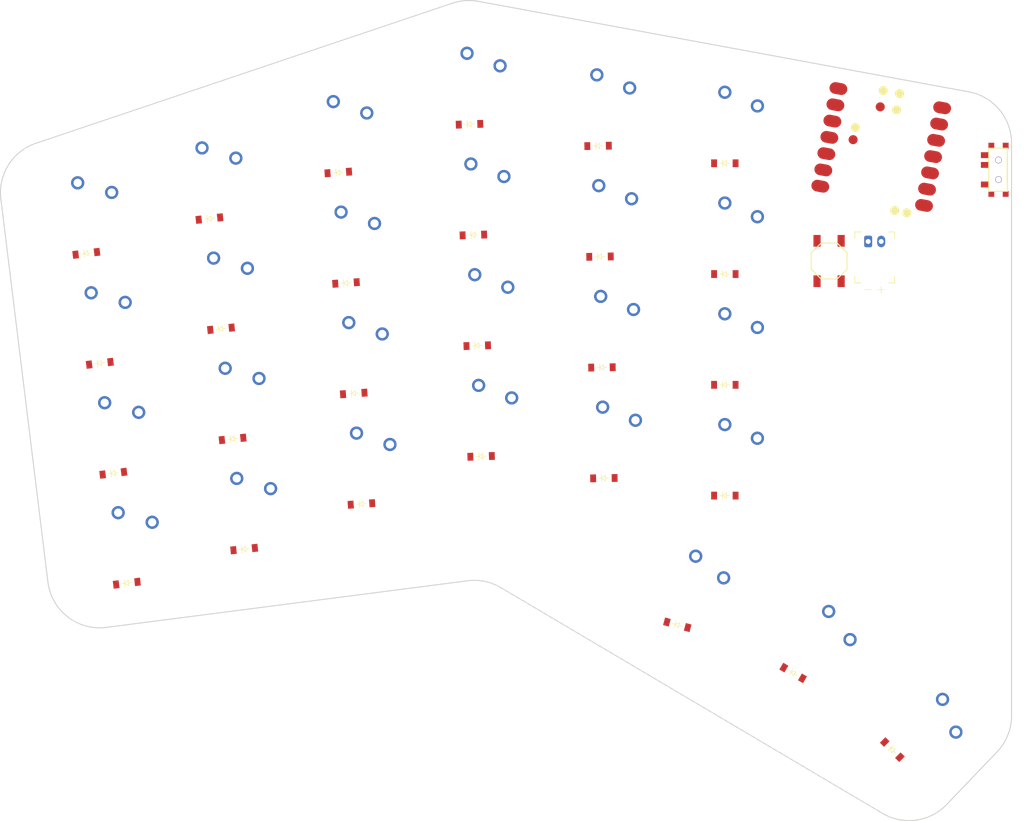
<source format=kicad_pcb>
(kicad_pcb (version 20171130) (host pcbnew 5.1.6)
  (title_block (title "biggie-splays_choc_v1_left") (rev "v1.0.0") (company "Unknown"))
  (layers (0 F.Cu signal) (31 B.Cu signal) (34 B.Paste user) (35 F.Paste user) (36 B.SilkS user) (37 F.SilkS user) (38 B.Mask user) (39 F.Mask user) (44 Edge.Cuts user))
  (net 0 "")
  (net 1 "D5")
  (net 2 "stretch_bottom")
  (net 3 "GND")
  (net 4 "D1")
  (net 5 "D2")
  (net 6 "stretch_home")
  (net 7 "stretch_high")
  (net 8 "stretch_num")
  (net 9 "D3")
  (net 10 "pinky_bottom")
  (net 11 "pinky_home")
  (net 12 "pinky_high")
  (net 13 "pinky_num")
  (net 14 "ring_bottom")
  (net 15 "ring_home")
  (net 16 "ring_high")
  (net 17 "ring_num")
  (net 18 "D7")
  (net 19 "middle_bottom")
  (net 20 "middle_home")
  (net 21 "middle_high")
  (net 22 "middle_num")
  (net 23 "D8")
  (net 24 "index_bottom")
  (net 25 "index_home")
  (net 26 "index_high")
  (net 27 "index_num")
  (net 28 "D10")
  (net 29 "inner_bottom")
  (net 30 "inner_home")
  (net 31 "inner_high")
  (net 32 "inner_num")
  (net 33 "near_fan")
  (net 34 "mid_fan")
  (net 35 "far_fan")
  (net 36 "D6")
  (net 37 "D4")
  (net 38 "D0")
  (net 39 "D9")
  (net 40 "RAW3V3")
  (net 41 "RAW5V")
  (net 42 "CLK")
  (net 43 "DIO")
  (net 44 "RST")
  (net 45 "BAT")
  (net 46 "NFC1")
  (net 47 "NFC2")
  (net 48 "BATCON")
  (net 49 "JST1_1")
  (net 50 "JST1_2")
  (footprint "ceoloide:switch_choc_v1_v2" (layer "B.Cu") (at 141.04202 164.0339861 7)
    (property "Reference" "S1" hide)
    (pad "" np_thru_hole circle (at 0 0 7) (size 3.4 3.4) (drill 3.4) (layers "*.Cu" "*.Mask"))
    (pad "" np_thru_hole circle (at 5.5 0 7) (size 1.9 1.9) (drill 1.9) (layers "*.Cu" "*.Mask"))
    (pad "" np_thru_hole circle (at -5.5 0 7) (size 1.9 1.9) (drill 1.9) (layers "*.Cu" "*.Mask"))
    (pad "2" thru_hole circle (at 0 -5.9 202) (size 2.032 2.032) (drill 1.27) (layers "*.Cu" "*.Mask") (net 1 "D5"))
    (pad "1" thru_hole circle (at 5 -3.8 202) (size 2.032 2.032) (drill 1.27) (layers "*.Cu" "*.Mask") (net 2 "stretch_bottom"))
  )
  (footprint "ceoloide:switch_choc_v1_v2" (layer "B.Cu") (at 138.9702412 147.1607015 7)
    (property "Reference" "S2" hide)
    (pad "" np_thru_hole circle (at 0 0 7) (size 3.4 3.4) (drill 3.4) (layers "*.Cu" "*.Mask"))
    (pad "" np_thru_hole circle (at 5.5 0 7) (size 1.9 1.9) (drill 1.9) (layers "*.Cu" "*.Mask"))
    (pad "" np_thru_hole circle (at -5.5 0 7) (size 1.9 1.9) (drill 1.9) (layers "*.Cu" "*.Mask"))
    (pad "2" thru_hole circle (at 0 -5.9 202) (size 2.032 2.032) (drill 1.27) (layers "*.Cu" "*.Mask") (net 1 "D5"))
    (pad "1" thru_hole circle (at 5 -3.8 202) (size 2.032 2.032) (drill 1.27) (layers "*.Cu" "*.Mask") (net 6 "stretch_home"))
  )
  (footprint "ceoloide:switch_choc_v1_v2" (layer "B.Cu") (at 136.8984623 130.2874169 7)
    (property "Reference" "S3" hide)
    (pad "" np_thru_hole circle (at 0 0 7) (size 3.4 3.4) (drill 3.4) (layers "*.Cu" "*.Mask"))
    (pad "" np_thru_hole circle (at 5.5 0 7) (size 1.9 1.9) (drill 1.9) (layers "*.Cu" "*.Mask"))
    (pad "" np_thru_hole circle (at -5.5 0 7) (size 1.9 1.9) (drill 1.9) (layers "*.Cu" "*.Mask"))
    (pad "2" thru_hole circle (at 0 -5.9 202) (size 2.032 2.032) (drill 1.27) (layers "*.Cu" "*.Mask") (net 1 "D5"))
    (pad "1" thru_hole circle (at 5 -3.8 202) (size 2.032 2.032) (drill 1.27) (layers "*.Cu" "*.Mask") (net 7 "stretch_high"))
  )
  (footprint "ceoloide:switch_choc_v1_v2" (layer "B.Cu") (at 134.8266835 113.4141324 7)
    (property "Reference" "S4" hide)
    (pad "" np_thru_hole circle (at 0 0 7) (size 3.4 3.4) (drill 3.4) (layers "*.Cu" "*.Mask"))
    (pad "" np_thru_hole circle (at 5.5 0 7) (size 1.9 1.9) (drill 1.9) (layers "*.Cu" "*.Mask"))
    (pad "" np_thru_hole circle (at -5.5 0 7) (size 1.9 1.9) (drill 1.9) (layers "*.Cu" "*.Mask"))
    (pad "2" thru_hole circle (at 0 -5.9 202) (size 2.032 2.032) (drill 1.27) (layers "*.Cu" "*.Mask") (net 1 "D5"))
    (pad "1" thru_hole circle (at 5 -3.8 202) (size 2.032 2.032) (drill 1.27) (layers "*.Cu" "*.Mask") (net 8 "stretch_num"))
  )
  (footprint "ceoloide:switch_choc_v1_v2" (layer "B.Cu") (at 159.1377704 158.7895778 6)
    (property "Reference" "S5" hide)
    (pad "" np_thru_hole circle (at 0 0 6) (size 3.4 3.4) (drill 3.4) (layers "*.Cu" "*.Mask"))
    (pad "" np_thru_hole circle (at 5.5 0 6) (size 1.9 1.9) (drill 1.9) (layers "*.Cu" "*.Mask"))
    (pad "" np_thru_hole circle (at -5.5 0 6) (size 1.9 1.9) (drill 1.9) (layers "*.Cu" "*.Mask"))
    (pad "2" thru_hole circle (at 0 -5.9 201) (size 2.032 2.032) (drill 1.27) (layers "*.Cu" "*.Mask") (net 9 "D3"))
    (pad "1" thru_hole circle (at 5 -3.8 201) (size 2.032 2.032) (drill 1.27) (layers "*.Cu" "*.Mask") (net 10 "pinky_bottom"))
  )
  (footprint "ceoloide:switch_choc_v1_v2" (layer "B.Cu") (at 157.3607865 141.8827056 6)
    (property "Reference" "S6" hide)
    (pad "" np_thru_hole circle (at 0 0 6) (size 3.4 3.4) (drill 3.4) (layers "*.Cu" "*.Mask"))
    (pad "" np_thru_hole circle (at 5.5 0 6) (size 1.9 1.9) (drill 1.9) (layers "*.Cu" "*.Mask"))
    (pad "" np_thru_hole circle (at -5.5 0 6) (size 1.9 1.9) (drill 1.9) (layers "*.Cu" "*.Mask"))
    (pad "2" thru_hole circle (at 0 -5.9 201) (size 2.032 2.032) (drill 1.27) (layers "*.Cu" "*.Mask") (net 9 "D3"))
    (pad "1" thru_hole circle (at 5 -3.8 201) (size 2.032 2.032) (drill 1.27) (layers "*.Cu" "*.Mask") (net 11 "pinky_home"))
  )
  (footprint "ceoloide:switch_choc_v1_v2" (layer "B.Cu") (at 155.5838026 124.9758334 6)
    (property "Reference" "S7" hide)
    (pad "" np_thru_hole circle (at 0 0 6) (size 3.4 3.4) (drill 3.4) (layers "*.Cu" "*.Mask"))
    (pad "" np_thru_hole circle (at 5.5 0 6) (size 1.9 1.9) (drill 1.9) (layers "*.Cu" "*.Mask"))
    (pad "" np_thru_hole circle (at -5.5 0 6) (size 1.9 1.9) (drill 1.9) (layers "*.Cu" "*.Mask"))
    (pad "2" thru_hole circle (at 0 -5.9 201) (size 2.032 2.032) (drill 1.27) (layers "*.Cu" "*.Mask") (net 9 "D3"))
    (pad "1" thru_hole circle (at 5 -3.8 201) (size 2.032 2.032) (drill 1.27) (layers "*.Cu" "*.Mask") (net 12 "pinky_high"))
  )
  (footprint "ceoloide:switch_choc_v1_v2" (layer "B.Cu") (at 153.8068188 108.0689612 6)
    (property "Reference" "S8" hide)
    (pad "" np_thru_hole circle (at 0 0 6) (size 3.4 3.4) (drill 3.4) (layers "*.Cu" "*.Mask"))
    (pad "" np_thru_hole circle (at 5.5 0 6) (size 1.9 1.9) (drill 1.9) (layers "*.Cu" "*.Mask"))
    (pad "" np_thru_hole circle (at -5.5 0 6) (size 1.9 1.9) (drill 1.9) (layers "*.Cu" "*.Mask"))
    (pad "2" thru_hole circle (at 0 -5.9 201) (size 2.032 2.032) (drill 1.27) (layers "*.Cu" "*.Mask") (net 9 "D3"))
    (pad "1" thru_hole circle (at 5 -3.8 201) (size 2.032 2.032) (drill 1.27) (layers "*.Cu" "*.Mask") (net 13 "pinky_num"))
  )
  (footprint "ceoloide:switch_choc_v1_v2" (layer "B.Cu") (at 177.3121397 151.8518333 4)
    (property "Reference" "S9" hide)
    (pad "" np_thru_hole circle (at 0 0 4) (size 3.4 3.4) (drill 3.4) (layers "*.Cu" "*.Mask"))
    (pad "" np_thru_hole circle (at 5.5 0 4) (size 1.9 1.9) (drill 1.9) (layers "*.Cu" "*.Mask"))
    (pad "" np_thru_hole circle (at -5.5 0 4) (size 1.9 1.9) (drill 1.9) (layers "*.Cu" "*.Mask"))
    (pad "2" thru_hole circle (at 0 -5.9 199) (size 2.032 2.032) (drill 1.27) (layers "*.Cu" "*.Mask") (net 4 "D1"))
    (pad "1" thru_hole circle (at 5 -3.8 199) (size 2.032 2.032) (drill 1.27) (layers "*.Cu" "*.Mask") (net 14 "ring_bottom"))
  )
  (footprint "ceoloide:switch_choc_v1_v2" (layer "B.Cu") (at 176.1262797 134.8932444 4)
    (property "Reference" "S10" hide)
    (pad "" np_thru_hole circle (at 0 0 4) (size 3.4 3.4) (drill 3.4) (layers "*.Cu" "*.Mask"))
    (pad "" np_thru_hole circle (at 5.5 0 4) (size 1.9 1.9) (drill 1.9) (layers "*.Cu" "*.Mask"))
    (pad "" np_thru_hole circle (at -5.5 0 4) (size 1.9 1.9) (drill 1.9) (layers "*.Cu" "*.Mask"))
    (pad "2" thru_hole circle (at 0 -5.9 199) (size 2.032 2.032) (drill 1.27) (layers "*.Cu" "*.Mask") (net 4 "D1"))
    (pad "1" thru_hole circle (at 5 -3.8 199) (size 2.032 2.032) (drill 1.27) (layers "*.Cu" "*.Mask") (net 15 "ring_home"))
  )
  (footprint "ceoloide:switch_choc_v1_v2" (layer "B.Cu") (at 174.9404197 117.9346556 4)
    (property "Reference" "S11" hide)
    (pad "" np_thru_hole circle (at 0 0 4) (size 3.4 3.4) (drill 3.4) (layers "*.Cu" "*.Mask"))
    (pad "" np_thru_hole circle (at 5.5 0 4) (size 1.9 1.9) (drill 1.9) (layers "*.Cu" "*.Mask"))
    (pad "" np_thru_hole circle (at -5.5 0 4) (size 1.9 1.9) (drill 1.9) (layers "*.Cu" "*.Mask"))
    (pad "2" thru_hole circle (at 0 -5.9 199) (size 2.032 2.032) (drill 1.27) (layers "*.Cu" "*.Mask") (net 4 "D1"))
    (pad "1" thru_hole circle (at 5 -3.8 199) (size 2.032 2.032) (drill 1.27) (layers "*.Cu" "*.Mask") (net 16 "ring_high"))
  )
  (footprint "ceoloide:switch_choc_v1_v2" (layer "B.Cu") (at 173.7545597 100.9760667 4)
    (property "Reference" "S12" hide)
    (pad "" np_thru_hole circle (at 0 0 4) (size 3.4 3.4) (drill 3.4) (layers "*.Cu" "*.Mask"))
    (pad "" np_thru_hole circle (at 5.5 0 4) (size 1.9 1.9) (drill 1.9) (layers "*.Cu" "*.Mask"))
    (pad "" np_thru_hole circle (at -5.5 0 4) (size 1.9 1.9) (drill 1.9) (layers "*.Cu" "*.Mask"))
    (pad "2" thru_hole circle (at 0 -5.9 199) (size 2.032 2.032) (drill 1.27) (layers "*.Cu" "*.Mask") (net 4 "D1"))
    (pad "1" thru_hole circle (at 5 -3.8 199) (size 2.032 2.032) (drill 1.27) (layers "*.Cu" "*.Mask") (net 17 "ring_num"))
  )
  (footprint "ceoloide:switch_choc_v1_v2" (layer "B.Cu") (at 195.8473178 144.5410759 2)
    (property "Reference" "S13" hide)
    (pad "" np_thru_hole circle (at 0 0 2) (size 3.4 3.4) (drill 3.4) (layers "*.Cu" "*.Mask"))
    (pad "" np_thru_hole circle (at 5.5 0 2) (size 1.9 1.9) (drill 1.9) (layers "*.Cu" "*.Mask"))
    (pad "" np_thru_hole circle (at -5.5 0 2) (size 1.9 1.9) (drill 1.9) (layers "*.Cu" "*.Mask"))
    (pad "2" thru_hole circle (at 0 -5.9 197) (size 2.032 2.032) (drill 1.27) (layers "*.Cu" "*.Mask") (net 18 "D7"))
    (pad "1" thru_hole circle (at 5 -3.8 197) (size 2.032 2.032) (drill 1.27) (layers "*.Cu" "*.Mask") (net 19 "middle_bottom"))
  )
  (footprint "ceoloide:switch_choc_v1_v2" (layer "B.Cu") (at 195.2540264 127.5514318 2)
    (property "Reference" "S14" hide)
    (pad "" np_thru_hole circle (at 0 0 2) (size 3.4 3.4) (drill 3.4) (layers "*.Cu" "*.Mask"))
    (pad "" np_thru_hole circle (at 5.5 0 2) (size 1.9 1.9) (drill 1.9) (layers "*.Cu" "*.Mask"))
    (pad "" np_thru_hole circle (at -5.5 0 2) (size 1.9 1.9) (drill 1.9) (layers "*.Cu" "*.Mask"))
    (pad "2" thru_hole circle (at 0 -5.9 197) (size 2.032 2.032) (drill 1.27) (layers "*.Cu" "*.Mask") (net 18 "D7"))
    (pad "1" thru_hole circle (at 5 -3.8 197) (size 2.032 2.032) (drill 1.27) (layers "*.Cu" "*.Mask") (net 20 "middle_home"))
  )
  (footprint "ceoloide:switch_choc_v1_v2" (layer "B.Cu") (at 194.6607349 110.5617878 2)
    (property "Reference" "S15" hide)
    (pad "" np_thru_hole circle (at 0 0 2) (size 3.4 3.4) (drill 3.4) (layers "*.Cu" "*.Mask"))
    (pad "" np_thru_hole circle (at 5.5 0 2) (size 1.9 1.9) (drill 1.9) (layers "*.Cu" "*.Mask"))
    (pad "" np_thru_hole circle (at -5.5 0 2) (size 1.9 1.9) (drill 1.9) (layers "*.Cu" "*.Mask"))
    (pad "2" thru_hole circle (at 0 -5.9 197) (size 2.032 2.032) (drill 1.27) (layers "*.Cu" "*.Mask") (net 18 "D7"))
    (pad "1" thru_hole circle (at 5 -3.8 197) (size 2.032 2.032) (drill 1.27) (layers "*.Cu" "*.Mask") (net 21 "middle_high"))
  )
  (footprint "ceoloide:switch_choc_v1_v2" (layer "B.Cu") (at 194.0674434 93.5721437 2)
    (property "Reference" "S16" hide)
    (pad "" np_thru_hole circle (at 0 0 2) (size 3.4 3.4) (drill 3.4) (layers "*.Cu" "*.Mask"))
    (pad "" np_thru_hole circle (at 5.5 0 2) (size 1.9 1.9) (drill 1.9) (layers "*.Cu" "*.Mask"))
    (pad "" np_thru_hole circle (at -5.5 0 2) (size 1.9 1.9) (drill 1.9) (layers "*.Cu" "*.Mask"))
    (pad "2" thru_hole circle (at 0 -5.9 197) (size 2.032 2.032) (drill 1.27) (layers "*.Cu" "*.Mask") (net 18 "D7"))
    (pad "1" thru_hole circle (at 5 -3.8 197) (size 2.032 2.032) (drill 1.27) (layers "*.Cu" "*.Mask") (net 22 "middle_num"))
  )
  (footprint "ceoloide:switch_choc_v1_v2" (layer "B.Cu") (at 214.7754633 147.8825287 1)
    (property "Reference" "S17" hide)
    (pad "" np_thru_hole circle (at 0 0 1) (size 3.4 3.4) (drill 3.4) (layers "*.Cu" "*.Mask"))
    (pad "" np_thru_hole circle (at 5.5 0 1) (size 1.9 1.9) (drill 1.9) (layers "*.Cu" "*.Mask"))
    (pad "" np_thru_hole circle (at -5.5 0 1) (size 1.9 1.9) (drill 1.9) (layers "*.Cu" "*.Mask"))
    (pad "2" thru_hole circle (at 0 -5.9 196) (size 2.032 2.032) (drill 1.27) (layers "*.Cu" "*.Mask") (net 23 "D8"))
    (pad "1" thru_hole circle (at 5 -3.8 196) (size 2.032 2.032) (drill 1.27) (layers "*.Cu" "*.Mask") (net 24 "index_bottom"))
  )
  (footprint "ceoloide:switch_choc_v1_v2" (layer "B.Cu") (at 214.4787724 130.8851179 1)
    (property "Reference" "S18" hide)
    (pad "" np_thru_hole circle (at 0 0 1) (size 3.4 3.4) (drill 3.4) (layers "*.Cu" "*.Mask"))
    (pad "" np_thru_hole circle (at 5.5 0 1) (size 1.9 1.9) (drill 1.9) (layers "*.Cu" "*.Mask"))
    (pad "" np_thru_hole circle (at -5.5 0 1) (size 1.9 1.9) (drill 1.9) (layers "*.Cu" "*.Mask"))
    (pad "2" thru_hole circle (at 0 -5.9 196) (size 2.032 2.032) (drill 1.27) (layers "*.Cu" "*.Mask") (net 23 "D8"))
    (pad "1" thru_hole circle (at 5 -3.8 196) (size 2.032 2.032) (drill 1.27) (layers "*.Cu" "*.Mask") (net 25 "index_home"))
  )
  (footprint "ceoloide:switch_choc_v1_v2" (layer "B.Cu") (at 214.1820815 113.8877071 1)
    (property "Reference" "S19" hide)
    (pad "" np_thru_hole circle (at 0 0 1) (size 3.4 3.4) (drill 3.4) (layers "*.Cu" "*.Mask"))
    (pad "" np_thru_hole circle (at 5.5 0 1) (size 1.9 1.9) (drill 1.9) (layers "*.Cu" "*.Mask"))
    (pad "" np_thru_hole circle (at -5.5 0 1) (size 1.9 1.9) (drill 1.9) (layers "*.Cu" "*.Mask"))
    (pad "2" thru_hole circle (at 0 -5.9 196) (size 2.032 2.032) (drill 1.27) (layers "*.Cu" "*.Mask") (net 23 "D8"))
    (pad "1" thru_hole circle (at 5 -3.8 196) (size 2.032 2.032) (drill 1.27) (layers "*.Cu" "*.Mask") (net 26 "index_high"))
  )
  (footprint "ceoloide:switch_choc_v1_v2" (layer "B.Cu") (at 213.8853907 96.8902963 1)
    (property "Reference" "S20" hide)
    (pad "" np_thru_hole circle (at 0 0 1) (size 3.4 3.4) (drill 3.4) (layers "*.Cu" "*.Mask"))
    (pad "" np_thru_hole circle (at 5.5 0 1) (size 1.9 1.9) (drill 1.9) (layers "*.Cu" "*.Mask"))
    (pad "" np_thru_hole circle (at -5.5 0 1) (size 1.9 1.9) (drill 1.9) (layers "*.Cu" "*.Mask"))
    (pad "2" thru_hole circle (at 0 -5.9 196) (size 2.032 2.032) (drill 1.27) (layers "*.Cu" "*.Mask") (net 23 "D8"))
    (pad "1" thru_hole circle (at 5 -3.8 196) (size 2.032 2.032) (drill 1.27) (layers "*.Cu" "*.Mask") (net 27 "index_num"))
  )
  (footprint "ceoloide:switch_choc_v1_v2" (layer "B.Cu") (at 233.4249877 150.5574571 0)
    (property "Reference" "S21" hide)
    (pad "" np_thru_hole circle (at 0 0 0) (size 3.4 3.4) (drill 3.4) (layers "*.Cu" "*.Mask"))
    (pad "" np_thru_hole circle (at 5.5 0 0) (size 1.9 1.9) (drill 1.9) (layers "*.Cu" "*.Mask"))
    (pad "" np_thru_hole circle (at -5.5 0 0) (size 1.9 1.9) (drill 1.9) (layers "*.Cu" "*.Mask"))
    (pad "2" thru_hole circle (at 0 -5.9 195) (size 2.032 2.032) (drill 1.27) (layers "*.Cu" "*.Mask") (net 28 "D10"))
    (pad "1" thru_hole circle (at 5 -3.8 195) (size 2.032 2.032) (drill 1.27) (layers "*.Cu" "*.Mask") (net 29 "inner_bottom"))
  )
  (footprint "ceoloide:switch_choc_v1_v2" (layer "B.Cu") (at 233.4249877 133.5574571 0)
    (property "Reference" "S22" hide)
    (pad "" np_thru_hole circle (at 0 0 0) (size 3.4 3.4) (drill 3.4) (layers "*.Cu" "*.Mask"))
    (pad "" np_thru_hole circle (at 5.5 0 0) (size 1.9 1.9) (drill 1.9) (layers "*.Cu" "*.Mask"))
    (pad "" np_thru_hole circle (at -5.5 0 0) (size 1.9 1.9) (drill 1.9) (layers "*.Cu" "*.Mask"))
    (pad "2" thru_hole circle (at 0 -5.9 195) (size 2.032 2.032) (drill 1.27) (layers "*.Cu" "*.Mask") (net 28 "D10"))
    (pad "1" thru_hole circle (at 5 -3.8 195) (size 2.032 2.032) (drill 1.27) (layers "*.Cu" "*.Mask") (net 30 "inner_home"))
  )
  (footprint "ceoloide:switch_choc_v1_v2" (layer "B.Cu") (at 233.4249876 116.557457 0)
    (property "Reference" "S23" hide)
    (pad "" np_thru_hole circle (at 0 0 0) (size 3.4 3.4) (drill 3.4) (layers "*.Cu" "*.Mask"))
    (pad "" np_thru_hole circle (at 5.5 0 0) (size 1.9 1.9) (drill 1.9) (layers "*.Cu" "*.Mask"))
    (pad "" np_thru_hole circle (at -5.5 0 0) (size 1.9 1.9) (drill 1.9) (layers "*.Cu" "*.Mask"))
    (pad "2" thru_hole circle (at 0 -5.9 195) (size 2.032 2.032) (drill 1.27) (layers "*.Cu" "*.Mask") (net 28 "D10"))
    (pad "1" thru_hole circle (at 5 -3.8 195) (size 2.032 2.032) (drill 1.27) (layers "*.Cu" "*.Mask") (net 31 "inner_high"))
  )
  (footprint "ceoloide:switch_choc_v1_v2" (layer "B.Cu") (at 233.4249876 99.557457 0)
    (property "Reference" "S24" hide)
    (pad "" np_thru_hole circle (at 0 0 0) (size 3.4 3.4) (drill 3.4) (layers "*.Cu" "*.Mask"))
    (pad "" np_thru_hole circle (at 5.5 0 0) (size 1.9 1.9) (drill 1.9) (layers "*.Cu" "*.Mask"))
    (pad "" np_thru_hole circle (at -5.5 0 0) (size 1.9 1.9) (drill 1.9) (layers "*.Cu" "*.Mask"))
    (pad "2" thru_hole circle (at 0 -5.9 195) (size 2.032 2.032) (drill 1.27) (layers "*.Cu" "*.Mask") (net 28 "D10"))
    (pad "1" thru_hole circle (at 5 -3.8 195) (size 2.032 2.032) (drill 1.27) (layers "*.Cu" "*.Mask") (net 32 "inner_num"))
  )
  (footprint "ceoloide:switch_choc_v1_v2" (layer "B.Cu") (at 227.4249877 170.5574571 -15)
    (property "Reference" "S25" hide)
    (pad "" np_thru_hole circle (at 0 0 -15) (size 3.4 3.4) (drill 3.4) (layers "*.Cu" "*.Mask"))
    (pad "" np_thru_hole circle (at 5.5 0 -15) (size 1.9 1.9) (drill 1.9) (layers "*.Cu" "*.Mask"))
    (pad "" np_thru_hole circle (at -5.5 0 -15) (size 1.9 1.9) (drill 1.9) (layers "*.Cu" "*.Mask"))
    (pad "2" thru_hole circle (at 0 -5.9 180) (size 2.032 2.032) (drill 1.27) (layers "*.Cu" "*.Mask") (net 18 "D7"))
    (pad "1" thru_hole circle (at 5 -3.8 180) (size 2.032 2.032) (drill 1.27) (layers "*.Cu" "*.Mask") (net 33 "near_fan"))
  )
  (footprint "ceoloide:switch_choc_v1_v2" (layer "B.Cu") (at 246.4097287 178.4482508 -30)
    (property "Reference" "S26" hide)
    (pad "" np_thru_hole circle (at 0 0 -30) (size 3.4 3.4) (drill 3.4) (layers "*.Cu" "*.Mask"))
    (pad "" np_thru_hole circle (at 5.5 0 -30) (size 1.9 1.9) (drill 1.9) (layers "*.Cu" "*.Mask"))
    (pad "" np_thru_hole circle (at -5.5 0 -30) (size 1.9 1.9) (drill 1.9) (layers "*.Cu" "*.Mask"))
    (pad "2" thru_hole circle (at 0 -5.9 165) (size 2.032 2.032) (drill 1.27) (layers "*.Cu" "*.Mask") (net 23 "D8"))
    (pad "1" thru_hole circle (at 5 -3.8 165) (size 2.032 2.032) (drill 1.27) (layers "*.Cu" "*.Mask") (net 34 "mid_fan"))
  )
  (footprint "ceoloide:switch_choc_v1_v2" (layer "B.Cu") (at 262.6628515 191.0044251 -45)
    (property "Reference" "S27" hide)
    (pad "" np_thru_hole circle (at 0 0 -45) (size 3.4 3.4) (drill 3.4) (layers "*.Cu" "*.Mask"))
    (pad "" np_thru_hole circle (at 5.5 0 -45) (size 1.9 1.9) (drill 1.9) (layers "*.Cu" "*.Mask"))
    (pad "" np_thru_hole circle (at -5.5 0 -45) (size 1.9 1.9) (drill 1.9) (layers "*.Cu" "*.Mask"))
    (pad "2" thru_hole circle (at 0 -5.9 150) (size 2.032 2.032) (drill 1.27) (layers "*.Cu" "*.Mask") (net 28 "D10"))
    (pad "1" thru_hole circle (at 5 -3.8 150) (size 2.032 2.032) (drill 1.27) (layers "*.Cu" "*.Mask") (net 35 "far_fan"))
  )
  (footprint "ceoloide:diode_tht_sod123" (layer "F.Cu") (at 141.6513667 168.9967169 7)
    (property "Reference" "D1" hide)
    (pad "1" smd rect (at -1.65 0 7) (size 0.9 1.2) (layers "F.Cu" "F.Paste" "F.Mask") (net 36 "D6"))
    (pad "2" smd rect (at 1.65 0 7) (size 0.9 1.2) (layers "F.Cu" "F.Paste" "F.Mask") (net 2 "stretch_bottom"))
  )
  (footprint "ceoloide:diode_tht_sod123" (layer "F.Cu") (at 139.5795879 152.1234323 7)
    (property "Reference" "D2" hide)
    (pad "1" smd rect (at -1.65 0 7) (size 0.9 1.2) (layers "F.Cu" "F.Paste" "F.Mask") (net 37 "D4"))
    (pad "2" smd rect (at 1.65 0 7) (size 0.9 1.2) (layers "F.Cu" "F.Paste" "F.Mask") (net 6 "stretch_home"))
  )
  (footprint "ceoloide:diode_tht_sod123" (layer "F.Cu") (at 137.507809 135.2501477 7)
    (property "Reference" "D3" hide)
    (pad "1" smd rect (at -1.65 0 7) (size 0.9 1.2) (layers "F.Cu" "F.Paste" "F.Mask") (net 5 "D2"))
    (pad "2" smd rect (at 1.65 0 7) (size 0.9 1.2) (layers "F.Cu" "F.Paste" "F.Mask") (net 7 "stretch_high"))
  )
  (footprint "ceoloide:diode_tht_sod123" (layer "F.Cu") (at 135.4360302 118.3768632 7)
    (property "Reference" "D4" hide)
    (pad "1" smd rect (at -1.65 0 7) (size 0.9 1.2) (layers "F.Cu" "F.Paste" "F.Mask") (net 38 "D0"))
    (pad "2" smd rect (at 1.65 0 7) (size 0.9 1.2) (layers "F.Cu" "F.Paste" "F.Mask") (net 8 "stretch_num"))
  )
  (footprint "ceoloide:diode_tht_sod123" (layer "F.Cu") (at 159.6604127 163.7621873 6)
    (property "Reference" "D5" hide)
    (pad "1" smd rect (at -1.65 0 6) (size 0.9 1.2) (layers "F.Cu" "F.Paste" "F.Mask") (net 36 "D6"))
    (pad "2" smd rect (at 1.65 0 6) (size 0.9 1.2) (layers "F.Cu" "F.Paste" "F.Mask") (net 10 "pinky_bottom"))
  )
  (footprint "ceoloide:diode_tht_sod123" (layer "F.Cu") (at 157.8834288 146.8553151 6)
    (property "Reference" "D6" hide)
    (pad "1" smd rect (at -1.65 0 6) (size 0.9 1.2) (layers "F.Cu" "F.Paste" "F.Mask") (net 37 "D4"))
    (pad "2" smd rect (at 1.65 0 6) (size 0.9 1.2) (layers "F.Cu" "F.Paste" "F.Mask") (net 11 "pinky_home"))
  )
  (footprint "ceoloide:diode_tht_sod123" (layer "F.Cu") (at 156.1064449 129.9484429 6)
    (property "Reference" "D7" hide)
    (pad "1" smd rect (at -1.65 0 6) (size 0.9 1.2) (layers "F.Cu" "F.Paste" "F.Mask") (net 5 "D2"))
    (pad "2" smd rect (at 1.65 0 6) (size 0.9 1.2) (layers "F.Cu" "F.Paste" "F.Mask") (net 12 "pinky_high"))
  )
  (footprint "ceoloide:diode_tht_sod123" (layer "F.Cu") (at 154.3294611 113.04157070000001 6)
    (property "Reference" "D8" hide)
    (pad "1" smd rect (at -1.65 0 6) (size 0.9 1.2) (layers "F.Cu" "F.Paste" "F.Mask") (net 38 "D0"))
    (pad "2" smd rect (at 1.65 0 6) (size 0.9 1.2) (layers "F.Cu" "F.Paste" "F.Mask") (net 13 "pinky_num"))
  )
  (footprint "ceoloide:diode_tht_sod123" (layer "F.Cu") (at 177.6609221 156.83965360000002 4)
    (property "Reference" "D9" hide)
    (pad "1" smd rect (at -1.65 0 4) (size 0.9 1.2) (layers "F.Cu" "F.Paste" "F.Mask") (net 36 "D6"))
    (pad "2" smd rect (at 1.65 0 4) (size 0.9 1.2) (layers "F.Cu" "F.Paste" "F.Mask") (net 14 "ring_bottom"))
  )
  (footprint "ceoloide:diode_tht_sod123" (layer "F.Cu") (at 176.4750621 139.8810647 4)
    (property "Reference" "D10" hide)
    (pad "1" smd rect (at -1.65 0 4) (size 0.9 1.2) (layers "F.Cu" "F.Paste" "F.Mask") (net 37 "D4"))
    (pad "2" smd rect (at 1.65 0 4) (size 0.9 1.2) (layers "F.Cu" "F.Paste" "F.Mask") (net 15 "ring_home"))
  )
  (footprint "ceoloide:diode_tht_sod123" (layer "F.Cu") (at 175.2892021 122.9224759 4)
    (property "Reference" "D11" hide)
    (pad "1" smd rect (at -1.65 0 4) (size 0.9 1.2) (layers "F.Cu" "F.Paste" "F.Mask") (net 5 "D2"))
    (pad "2" smd rect (at 1.65 0 4) (size 0.9 1.2) (layers "F.Cu" "F.Paste" "F.Mask") (net 16 "ring_high"))
  )
  (footprint "ceoloide:diode_tht_sod123" (layer "F.Cu") (at 174.1033421 105.963887 4)
    (property "Reference" "D12" hide)
    (pad "1" smd rect (at -1.65 0 4) (size 0.9 1.2) (layers "F.Cu" "F.Paste" "F.Mask") (net 38 "D0"))
    (pad "2" smd rect (at 1.65 0 4) (size 0.9 1.2) (layers "F.Cu" "F.Paste" "F.Mask") (net 17 "ring_num"))
  )
  (footprint "ceoloide:diode_tht_sod123" (layer "F.Cu") (at 196.02181530000001 149.53803000000002 2)
    (property "Reference" "D13" hide)
    (pad "1" smd rect (at -1.65 0 2) (size 0.9 1.2) (layers "F.Cu" "F.Paste" "F.Mask") (net 36 "D6"))
    (pad "2" smd rect (at 1.65 0 2) (size 0.9 1.2) (layers "F.Cu" "F.Paste" "F.Mask") (net 19 "middle_bottom"))
  )
  (footprint "ceoloide:diode_tht_sod123" (layer "F.Cu") (at 195.4285239 132.5483859 2)
    (property "Reference" "D14" hide)
    (pad "1" smd rect (at -1.65 0 2) (size 0.9 1.2) (layers "F.Cu" "F.Paste" "F.Mask") (net 37 "D4"))
    (pad "2" smd rect (at 1.65 0 2) (size 0.9 1.2) (layers "F.Cu" "F.Paste" "F.Mask") (net 20 "middle_home"))
  )
  (footprint "ceoloide:diode_tht_sod123" (layer "F.Cu") (at 194.8352324 115.5587419 2)
    (property "Reference" "D15" hide)
    (pad "1" smd rect (at -1.65 0 2) (size 0.9 1.2) (layers "F.Cu" "F.Paste" "F.Mask") (net 5 "D2"))
    (pad "2" smd rect (at 1.65 0 2) (size 0.9 1.2) (layers "F.Cu" "F.Paste" "F.Mask") (net 21 "middle_high"))
  )
  (footprint "ceoloide:diode_tht_sod123" (layer "F.Cu") (at 194.2419409 98.5690978 2)
    (property "Reference" "D16" hide)
    (pad "1" smd rect (at -1.65 0 2) (size 0.9 1.2) (layers "F.Cu" "F.Paste" "F.Mask") (net 38 "D0"))
    (pad "2" smd rect (at 1.65 0 2) (size 0.9 1.2) (layers "F.Cu" "F.Paste" "F.Mask") (net 22 "middle_num"))
  )
  (footprint "ceoloide:diode_tht_sod123" (layer "F.Cu") (at 214.86272530000002 152.88176719999998 1)
    (property "Reference" "D17" hide)
    (pad "1" smd rect (at -1.65 0 1) (size 0.9 1.2) (layers "F.Cu" "F.Paste" "F.Mask") (net 36 "D6"))
    (pad "2" smd rect (at 1.65 0 1) (size 0.9 1.2) (layers "F.Cu" "F.Paste" "F.Mask") (net 24 "index_bottom"))
  )
  (footprint "ceoloide:diode_tht_sod123" (layer "F.Cu") (at 214.5660344 135.8843564 1)
    (property "Reference" "D18" hide)
    (pad "1" smd rect (at -1.65 0 1) (size 0.9 1.2) (layers "F.Cu" "F.Paste" "F.Mask") (net 37 "D4"))
    (pad "2" smd rect (at 1.65 0 1) (size 0.9 1.2) (layers "F.Cu" "F.Paste" "F.Mask") (net 25 "index_home"))
  )
  (footprint "ceoloide:diode_tht_sod123" (layer "F.Cu") (at 214.26934350000002 118.8869456 1)
    (property "Reference" "D19" hide)
    (pad "1" smd rect (at -1.65 0 1) (size 0.9 1.2) (layers "F.Cu" "F.Paste" "F.Mask") (net 5 "D2"))
    (pad "2" smd rect (at 1.65 0 1) (size 0.9 1.2) (layers "F.Cu" "F.Paste" "F.Mask") (net 26 "index_high"))
  )
  (footprint "ceoloide:diode_tht_sod123" (layer "F.Cu") (at 213.9726527 101.8895348 1)
    (property "Reference" "D20" hide)
    (pad "1" smd rect (at -1.65 0 1) (size 0.9 1.2) (layers "F.Cu" "F.Paste" "F.Mask") (net 38 "D0"))
    (pad "2" smd rect (at 1.65 0 1) (size 0.9 1.2) (layers "F.Cu" "F.Paste" "F.Mask") (net 27 "index_num"))
  )
  (footprint "ceoloide:diode_tht_sod123" (layer "F.Cu") (at 233.4249877 155.5574571 0)
    (property "Reference" "D21" hide)
    (pad "1" smd rect (at -1.65 0 0) (size 0.9 1.2) (layers "F.Cu" "F.Paste" "F.Mask") (net 36 "D6"))
    (pad "2" smd rect (at 1.65 0 0) (size 0.9 1.2) (layers "F.Cu" "F.Paste" "F.Mask") (net 29 "inner_bottom"))
  )
  (footprint "ceoloide:diode_tht_sod123" (layer "F.Cu") (at 233.4249877 138.5574571 0)
    (property "Reference" "D22" hide)
    (pad "1" smd rect (at -1.65 0 0) (size 0.9 1.2) (layers "F.Cu" "F.Paste" "F.Mask") (net 37 "D4"))
    (pad "2" smd rect (at 1.65 0 0) (size 0.9 1.2) (layers "F.Cu" "F.Paste" "F.Mask") (net 30 "inner_home"))
  )
  (footprint "ceoloide:diode_tht_sod123" (layer "F.Cu") (at 233.4249876 121.557457 0)
    (property "Reference" "D23" hide)
    (pad "1" smd rect (at -1.65 0 0) (size 0.9 1.2) (layers "F.Cu" "F.Paste" "F.Mask") (net 5 "D2"))
    (pad "2" smd rect (at 1.65 0 0) (size 0.9 1.2) (layers "F.Cu" "F.Paste" "F.Mask") (net 31 "inner_high"))
  )
  (footprint "ceoloide:diode_tht_sod123" (layer "F.Cu") (at 233.4249876 104.557457 0)
    (property "Reference" "D24" hide)
    (pad "1" smd rect (at -1.65 0 0) (size 0.9 1.2) (layers "F.Cu" "F.Paste" "F.Mask") (net 38 "D0"))
    (pad "2" smd rect (at 1.65 0 0) (size 0.9 1.2) (layers "F.Cu" "F.Paste" "F.Mask") (net 32 "inner_num"))
  )
  (footprint "ceoloide:diode_tht_sod123" (layer "F.Cu") (at 226.13089250000002 175.3870862 -15)
    (property "Reference" "D25" hide)
    (pad "1" smd rect (at -1.65 0 -15) (size 0.9 1.2) (layers "F.Cu" "F.Paste" "F.Mask") (net 39 "D9"))
    (pad "2" smd rect (at 1.65 0 -15) (size 0.9 1.2) (layers "F.Cu" "F.Paste" "F.Mask") (net 33 "near_fan"))
  )
  (footprint "ceoloide:diode_tht_sod123" (layer "F.Cu") (at 243.9097287 182.77837780000002 -30)
    (property "Reference" "D26" hide)
    (pad "1" smd rect (at -1.65 0 -30) (size 0.9 1.2) (layers "F.Cu" "F.Paste" "F.Mask") (net 39 "D9"))
    (pad "2" smd rect (at 1.65 0 -30) (size 0.9 1.2) (layers "F.Cu" "F.Paste" "F.Mask") (net 34 "mid_fan"))
  )
  (footprint "ceoloide:diode_tht_sod123" (layer "F.Cu") (at 259.12731759999997 194.53995899999998 -45)
    (property "Reference" "D27" hide)
    (pad "1" smd rect (at -1.65 0 -45) (size 0.9 1.2) (layers "F.Cu" "F.Paste" "F.Mask") (net 39 "D9"))
    (pad "2" smd rect (at 1.65 0 -45) (size 0.9 1.2) (layers "F.Cu" "F.Paste" "F.Mask") (net 35 "far_fan"))
  )
  (footprint "xiao_smd" (layer "F.Cu") (at 257.4249876 102.057457 -10.5)
    (property "Reference" "MCU1" hide)
    (pad "1" smd oval (at -7.62 -7.62 169.5) (size 2.75 1.8) (drill (offset 0.475 0)) (layers "F.Cu" "F.Paste" "F.Mask") (net 38 "D0"))
    (pad "2" smd oval (at -7.62 -5.08 169.5) (size 2.75 1.8) (drill (offset 0.475 0)) (layers "F.Cu" "F.Paste" "F.Mask") (net 4 "D1"))
    (pad "3" smd oval (at -7.62 -2.54 169.5) (size 2.75 1.8) (drill (offset 0.475 0)) (layers "F.Cu" "F.Paste" "F.Mask") (net 5 "D2"))
    (pad "4" smd oval (at -7.62 0 169.5) (size 2.75 1.8) (drill (offset 0.475 0)) (layers "F.Cu" "F.Paste" "F.Mask") (net 9 "D3"))
    (pad "5" smd oval (at -7.62 2.54 169.5) (size 2.75 1.8) (drill (offset 0.475 0)) (layers "F.Cu" "F.Paste" "F.Mask") (net 37 "D4"))
    (pad "6" smd oval (at -7.62 5.08 169.5) (size 2.75 1.8) (drill (offset 0.475 0)) (layers "F.Cu" "F.Paste" "F.Mask") (net 1 "D5"))
    (pad "7" smd oval (at -7.62 7.62 169.5) (size 2.75 1.8) (drill (offset 0.475 0)) (layers "F.Cu" "F.Paste" "F.Mask") (net 36 "D6"))
    (pad "8" smd oval (at 7.62 7.62 -10.5) (size 2.75 1.8) (drill (offset 0.475 0)) (layers "F.Cu" "F.Paste" "F.Mask") (net 18 "D7"))
    (pad "9" smd oval (at 7.62 5.08 -10.5) (size 2.75 1.8) (drill (offset 0.475 0)) (layers "F.Cu" "F.Paste" "F.Mask") (net 23 "D8"))
    (pad "10" smd oval (at 7.62 2.54 -10.5) (size 2.75 1.8) (drill (offset 0.475 0)) (layers "F.Cu" "F.Paste" "F.Mask") (net 39 "D9"))
    (pad "11" smd oval (at 7.62 0 -10.5) (size 2.75 1.8) (drill (offset 0.475 0)) (layers "F.Cu" "F.Paste" "F.Mask") (net 28 "D10"))
    (pad "12" smd oval (at 7.62 -2.54 -10.5) (size 2.75 1.8) (drill (offset 0.475 0)) (layers "F.Cu" "F.Paste" "F.Mask") (net 40 "RAW3V3"))
    (pad "13" smd oval (at 7.62 -5.08 -10.5) (size 2.75 1.8) (drill (offset 0.475 0)) (layers "F.Cu" "F.Paste" "F.Mask") (net 3 "GND"))
    (pad "14" smd oval (at 7.62 -7.62 -10.5) (size 2.75 1.8) (drill (offset 0.475 0)) (layers "F.Cu" "F.Paste" "F.Mask") (net 41 "RAW5V"))
    (pad "15" smd circle (at -1.27 -8.572 79.5) (size 1.397 1.397) (drill 1.016) (layers "F.SilkS") (net 42 "CLK"))
    (pad "16" smd circle (at 1.27 -8.572 79.5) (size 1.397 1.397) (drill 1.016) (layers "F.SilkS") (net 43 "DIO"))
    (pad "17" smd circle (at -1.27 -6.032 79.5) (size 1.397 1.397) (drill 1.016) (layers "F.Cu" "F.Paste" "F.Mask") (net 44 "RST"))
    (pad "18" smd circle (at 1.27 -6.032 79.5) (size 1.397 1.397) (drill 1.016) (layers "F.SilkS") (net 3 "GND"))
    (pad "19" smd circle (at -4.445 -0.317 169.5) (size 1.397 1.397) (drill 1.016) (layers "F.Cu" "F.Paste" "F.Mask") (net 45 "BAT"))
    (pad "20" smd circle (at -4.445 -2.222 169.5) (size 1.397 1.397) (drill 1.016) (layers "F.SilkS") (net 3 "GND"))
    (pad "21" smd circle (at 3.81 9.208 169.5) (size 1.397 1.397) (drill 1.016) (layers "F.SilkS") (net 46 "NFC1"))
    (pad "22" smd circle (at 5.715 9.208 169.5) (size 1.397 1.397) (drill 1.016) (layers "F.SilkS") (net 47 "NFC2"))
  )
  (module E73:SW_TACT_ALPS_SKQGABE010 (layer F.Cu) (at 249.4249876 119.557457 -90)
    (fp_text reference "B1" hide)
    (fp_text value "" hide)
    (pad 1 smd rect (at -3.1 -1.85 -90) (size 1.8 1.1) (layers F.Cu F.Paste F.Mask) (net 3 "GND"))
    (pad 1 smd rect (at 3.1 -1.85 -90) (size 1.8 1.1) (layers F.Cu F.Paste F.Mask) (net 3 "GND"))
    (pad 2 smd rect (at -3.1 1.85 -90) (size 1.8 1.1) (layers F.Cu F.Paste F.Mask) (net 44 "RST"))
    (pad 2 smd rect (at 3.1 1.85 -90) (size 1.8 1.1) (layers F.Cu F.Paste F.Mask) (net 44 "RST"))
  )
  (module E73:SPDT_C128955 (layer F.Cu) (at 275.4249876 105.557457 -90)
    (fp_text reference "T1" hide)
    (fp_text value "" hide)
    (pad "" np_thru_hole circle (at 1.5 0) (size 1 1) (drill 0.9) (layers *.Cu *.Mask))
    (pad "" np_thru_hole circle (at -1.5 0) (size 1 1) (drill 0.9) (layers *.Cu *.Mask))
    (pad 1 smd rect (at 2.25 2.075 -90) (size 0.9 1.25) (layers F.Cu F.Paste F.Mask) (net 48 "BATCON"))
    (pad 2 smd rect (at -0.75 2.075 -90) (size 0.9 1.25) (layers F.Cu F.Paste F.Mask) (net 45 "BAT"))
    (pad 3 smd rect (at -2.25 2.075 -90) (size 0.9 1.25) (layers F.Cu F.Paste F.Mask))
    (pad "" smd rect (at 3.7 -1.1 -90) (size 0.9 0.9) (layers F.Cu F.Paste F.Mask))
    (pad "" smd rect (at 3.7 1.1 -90) (size 0.9 0.9) (layers F.Cu F.Paste F.Mask))
    (pad "" smd rect (at -3.7 1.1 -90) (size 0.9 0.9) (layers F.Cu F.Paste F.Mask))
    (pad "" smd rect (at -3.7 -1.1 -90) (size 0.9 0.9) (layers F.Cu F.Paste F.Mask))
  )
  (footprint "ceoloide:battery_connector_jst_ph_2" (layer "F.Cu") (at 256.4249876 116.557457 0)
    (property "Reference" "JST1" hide)
    (pad "1" thru_hole roundrect (at -1 0 0) (size 1.2 1.75) (drill 0.75) (layers "*.Cu" "*.Mask") (roundrect_rratio 0.20) (net 3 "GND"))
    (pad "2" thru_hole oval (at 1 0 0) (size 1.2 1.75) (drill 0.75) (layers "*.Cu" "*.Mask") (net 48 "BATCON"))
  )
  (gr_line (start 275.2067990089334 194.87704081536071) (end 267.4756364151304 202.9616004948931) (angle 90) (layer Edge.Cuts) (width 0.15))
  (gr_line (start 257.6215860332782 204.318517511108) (end 199.04388852538375 169.67682360707312) (angle 90) (layer Edge.Cuts) (width 0.15))
  (gr_line (start 193.9480375270849 168.6285710263626) (end 138.503808131133 175.78153801540554) (angle 90) (layer Edge.Cuts) (width 0.15))
  (gr_line (start 129.53982686352398 168.8222489747509) (end 122.32211999052453 110.03874357559903) (angle 90) (layer Edge.Cuts) (width 0.15))
  (gr_line (start 127.71218920253803 101.48117952969032) (end 191.60583177327598 79.99148594242077) (angle 90) (layer Edge.Cuts) (width 0.15))
  (gr_line (start 195.6081246246342 79.7069667177039) (end 270.8769804211426 93.59892717892251) (angle 90) (layer Edge.Cuts) (width 0.15))
  (gr_line (start 277.4249876 101.46605609347677) (end 277.4249876 189.3479670155603) (angle 90) (layer Edge.Cuts) (width 0.15))
  (gr_arc (start 261.693825006197 197.43252669509275) (end 257.621586006197 204.31851749509275) (angle -76.87927193500087) (layer Edge.Cuts) (width 0.15))
  (gr_arc (start 194.9716495524648 176.5628144230883) (end 199.0438885524648 169.6768236230883) (angle -37.9504651393799) (layer Edge.Cuts) (width 0.15))
  (gr_arc (start 137.48019610575312 167.84729461867988) (end 129.53982680575314 168.82224901867988) (angle -90.35123632363096) (layer Edge.Cuts) (width 0.15))
  (gr_arc (start 130.2624892327537 109.06378921952785) (end 127.7121892327537 101.48117951952784) (angle -78.4103830901021) (layer Edge.Cuts) (width 0.15))
  (gr_arc (start 194.1561318034916 87.57409563225818) (end 195.6081246034916 79.70696673225818) (angle -29.04670454069891) (layer Edge.Cuts) (width 0.15))
  (gr_arc (start 269.4249876 101.46605609347677) (end 277.4249876 101.46605609347677) (angle -79.54290956313453) (layer Edge.Cuts) (width 0.15))
  (gr_arc (start 269.4249876 189.3479670155603) (end 275.206799 194.8770408155603) (angle -43.719959686812615) (layer Edge.Cuts) (width 0.15))
)
</source>
